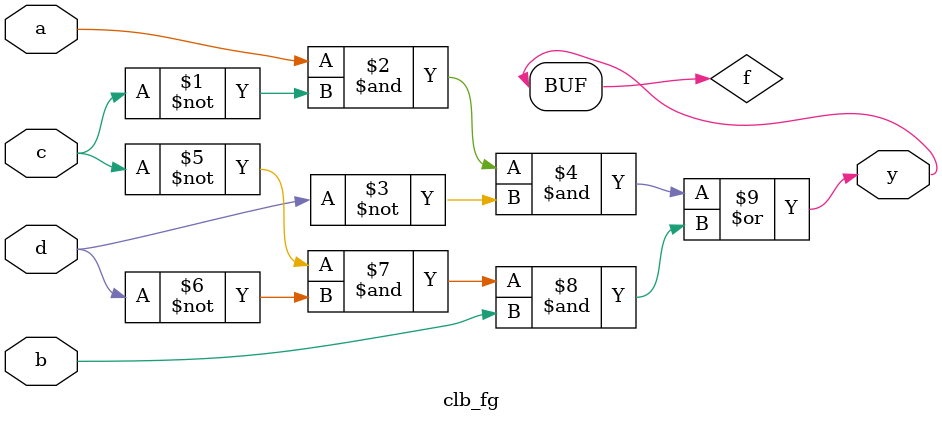
<source format=v>
module clb_fg(
	input a,
	input b,
	input c,
	input d,
	output y
);

	wire f;
	assign f = a & ~c & ~d | ~c & ~d & b;
	assign y = f;
	
endmodule


</source>
